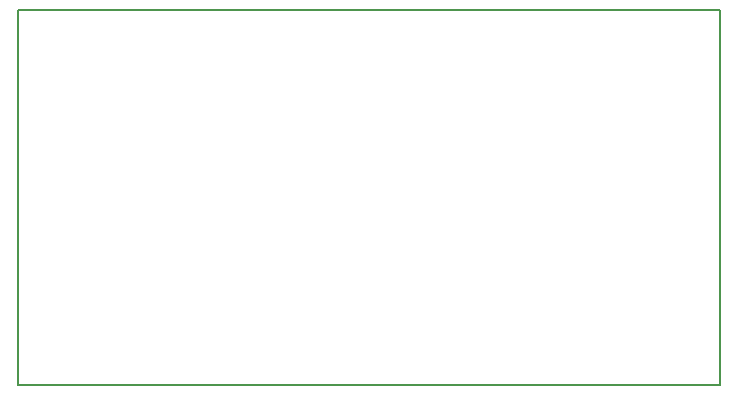
<source format=gbr>
G04 #@! TF.FileFunction,Profile,NP*
%FSLAX46Y46*%
G04 Gerber Fmt 4.6, Leading zero omitted, Abs format (unit mm)*
G04 Created by KiCad (PCBNEW 4.0.6) date 07/10/17 08:56:55*
%MOMM*%
%LPD*%
G01*
G04 APERTURE LIST*
%ADD10C,0.100000*%
%ADD11C,0.150000*%
G04 APERTURE END LIST*
D10*
D11*
X92102000Y-60452000D02*
X32666000Y-60452000D01*
X92102000Y-28702000D02*
X92102000Y-60452000D01*
X32666000Y-60452000D02*
X32666000Y-28702000D01*
X32666000Y-28702000D02*
X33428000Y-28702000D01*
X33428000Y-28702000D02*
X92102000Y-28702000D01*
M02*

</source>
